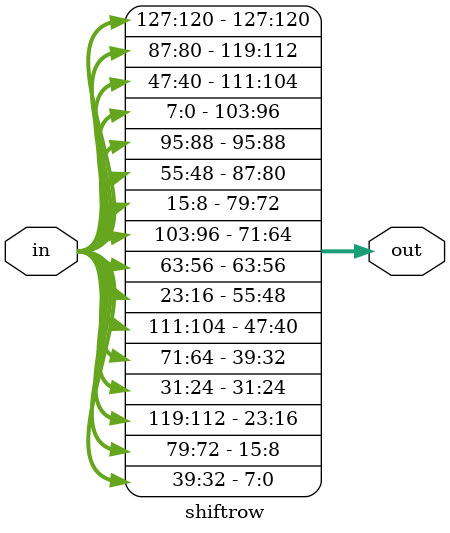
<source format=v>
module shiftrow(in , out );
	input [127:0]in;
	output [127:0]out;


/*	A00 A01 A02 A03			A00 A01 A02 A03
	A10 A11 A12 A13	    shiftrow	A13 A10 A11 A12
	A20 A21 A22 A23   ------------> A22 A23 A20 A21
	A30 A31 A32 A33 		A33 A30 A31 A32
futher assign the column of second matrix to out wire of the module */


assign out = {in[127:120],in[87:80],in[47:40],in[7:0],in[95:88],
	      in[55:48],in[15:8],in[103:96],in[63:56],in[23:16],
	      in[111:104],in[71:64],in[31:24],in[119:112],in[79:72],
	      in[39:32]};   
endmodule 

</source>
